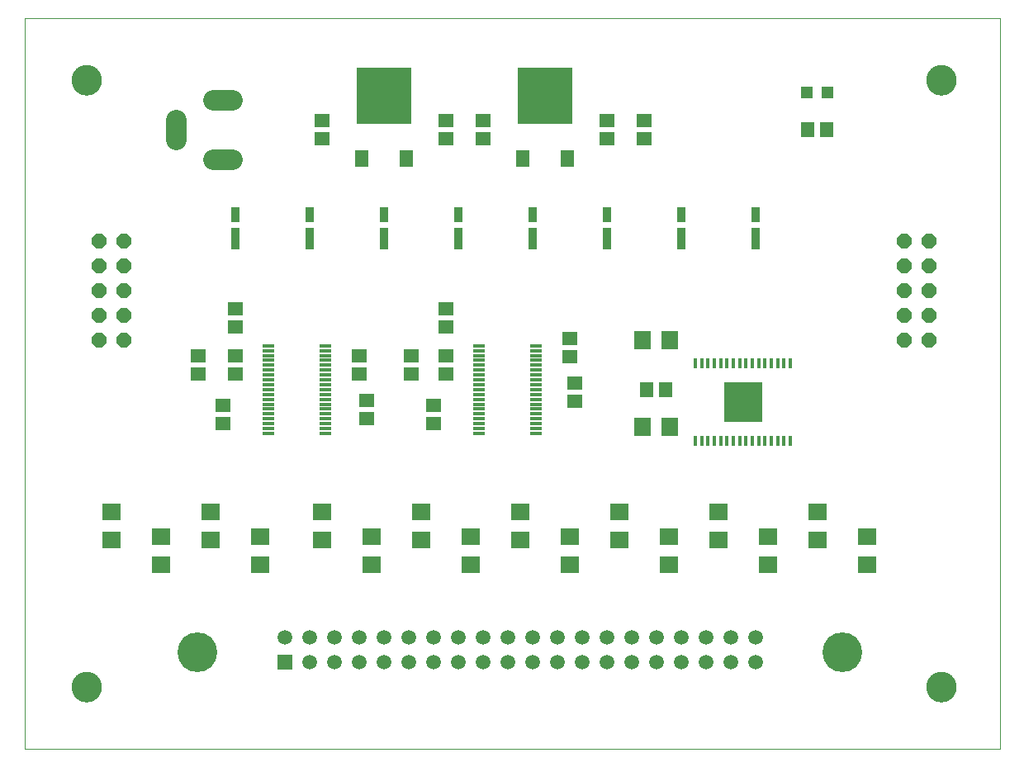
<source format=gts>
G75*
%MOIN*%
%OFA0B0*%
%FSLAX25Y25*%
%IPPOS*%
%LPD*%
%AMOC8*
5,1,8,0,0,1.08239X$1,22.5*
%
%ADD10C,0.00000*%
%ADD11R,0.05118X0.01378*%
%ADD12OC8,0.06000*%
%ADD13R,0.06306X0.05518*%
%ADD14R,0.05518X0.06306*%
%ADD15R,0.22054X0.22841*%
%ADD16R,0.05518X0.07093*%
%ADD17C,0.08274*%
%ADD18R,0.03550X0.05912*%
%ADD19R,0.03550X0.09061*%
%ADD20R,0.01260X0.04016*%
%ADD21R,0.01142X0.03898*%
%ADD22R,0.15354X0.16142*%
%ADD23R,0.06699X0.07498*%
%ADD24R,0.05900X0.05900*%
%ADD25C,0.05900*%
%ADD26C,0.16000*%
%ADD27R,0.07498X0.06699*%
%ADD28C,0.12211*%
%ADD29R,0.05124X0.05124*%
D10*
X0001500Y0001500D02*
X0001500Y0296461D01*
X0395201Y0296461D01*
X0395201Y0001500D01*
X0001500Y0001500D01*
X0020594Y0026500D02*
X0020596Y0026653D01*
X0020602Y0026807D01*
X0020612Y0026960D01*
X0020626Y0027112D01*
X0020644Y0027265D01*
X0020666Y0027416D01*
X0020691Y0027567D01*
X0020721Y0027718D01*
X0020755Y0027868D01*
X0020792Y0028016D01*
X0020833Y0028164D01*
X0020878Y0028310D01*
X0020927Y0028456D01*
X0020980Y0028600D01*
X0021036Y0028742D01*
X0021096Y0028883D01*
X0021160Y0029023D01*
X0021227Y0029161D01*
X0021298Y0029297D01*
X0021373Y0029431D01*
X0021450Y0029563D01*
X0021532Y0029693D01*
X0021616Y0029821D01*
X0021704Y0029947D01*
X0021795Y0030070D01*
X0021889Y0030191D01*
X0021987Y0030309D01*
X0022087Y0030425D01*
X0022191Y0030538D01*
X0022297Y0030649D01*
X0022406Y0030757D01*
X0022518Y0030862D01*
X0022632Y0030963D01*
X0022750Y0031062D01*
X0022869Y0031158D01*
X0022991Y0031251D01*
X0023116Y0031340D01*
X0023243Y0031427D01*
X0023372Y0031509D01*
X0023503Y0031589D01*
X0023636Y0031665D01*
X0023771Y0031738D01*
X0023908Y0031807D01*
X0024047Y0031872D01*
X0024187Y0031934D01*
X0024329Y0031992D01*
X0024472Y0032047D01*
X0024617Y0032098D01*
X0024763Y0032145D01*
X0024910Y0032188D01*
X0025058Y0032227D01*
X0025207Y0032263D01*
X0025357Y0032294D01*
X0025508Y0032322D01*
X0025659Y0032346D01*
X0025812Y0032366D01*
X0025964Y0032382D01*
X0026117Y0032394D01*
X0026270Y0032402D01*
X0026423Y0032406D01*
X0026577Y0032406D01*
X0026730Y0032402D01*
X0026883Y0032394D01*
X0027036Y0032382D01*
X0027188Y0032366D01*
X0027341Y0032346D01*
X0027492Y0032322D01*
X0027643Y0032294D01*
X0027793Y0032263D01*
X0027942Y0032227D01*
X0028090Y0032188D01*
X0028237Y0032145D01*
X0028383Y0032098D01*
X0028528Y0032047D01*
X0028671Y0031992D01*
X0028813Y0031934D01*
X0028953Y0031872D01*
X0029092Y0031807D01*
X0029229Y0031738D01*
X0029364Y0031665D01*
X0029497Y0031589D01*
X0029628Y0031509D01*
X0029757Y0031427D01*
X0029884Y0031340D01*
X0030009Y0031251D01*
X0030131Y0031158D01*
X0030250Y0031062D01*
X0030368Y0030963D01*
X0030482Y0030862D01*
X0030594Y0030757D01*
X0030703Y0030649D01*
X0030809Y0030538D01*
X0030913Y0030425D01*
X0031013Y0030309D01*
X0031111Y0030191D01*
X0031205Y0030070D01*
X0031296Y0029947D01*
X0031384Y0029821D01*
X0031468Y0029693D01*
X0031550Y0029563D01*
X0031627Y0029431D01*
X0031702Y0029297D01*
X0031773Y0029161D01*
X0031840Y0029023D01*
X0031904Y0028883D01*
X0031964Y0028742D01*
X0032020Y0028600D01*
X0032073Y0028456D01*
X0032122Y0028310D01*
X0032167Y0028164D01*
X0032208Y0028016D01*
X0032245Y0027868D01*
X0032279Y0027718D01*
X0032309Y0027567D01*
X0032334Y0027416D01*
X0032356Y0027265D01*
X0032374Y0027112D01*
X0032388Y0026960D01*
X0032398Y0026807D01*
X0032404Y0026653D01*
X0032406Y0026500D01*
X0032404Y0026347D01*
X0032398Y0026193D01*
X0032388Y0026040D01*
X0032374Y0025888D01*
X0032356Y0025735D01*
X0032334Y0025584D01*
X0032309Y0025433D01*
X0032279Y0025282D01*
X0032245Y0025132D01*
X0032208Y0024984D01*
X0032167Y0024836D01*
X0032122Y0024690D01*
X0032073Y0024544D01*
X0032020Y0024400D01*
X0031964Y0024258D01*
X0031904Y0024117D01*
X0031840Y0023977D01*
X0031773Y0023839D01*
X0031702Y0023703D01*
X0031627Y0023569D01*
X0031550Y0023437D01*
X0031468Y0023307D01*
X0031384Y0023179D01*
X0031296Y0023053D01*
X0031205Y0022930D01*
X0031111Y0022809D01*
X0031013Y0022691D01*
X0030913Y0022575D01*
X0030809Y0022462D01*
X0030703Y0022351D01*
X0030594Y0022243D01*
X0030482Y0022138D01*
X0030368Y0022037D01*
X0030250Y0021938D01*
X0030131Y0021842D01*
X0030009Y0021749D01*
X0029884Y0021660D01*
X0029757Y0021573D01*
X0029628Y0021491D01*
X0029497Y0021411D01*
X0029364Y0021335D01*
X0029229Y0021262D01*
X0029092Y0021193D01*
X0028953Y0021128D01*
X0028813Y0021066D01*
X0028671Y0021008D01*
X0028528Y0020953D01*
X0028383Y0020902D01*
X0028237Y0020855D01*
X0028090Y0020812D01*
X0027942Y0020773D01*
X0027793Y0020737D01*
X0027643Y0020706D01*
X0027492Y0020678D01*
X0027341Y0020654D01*
X0027188Y0020634D01*
X0027036Y0020618D01*
X0026883Y0020606D01*
X0026730Y0020598D01*
X0026577Y0020594D01*
X0026423Y0020594D01*
X0026270Y0020598D01*
X0026117Y0020606D01*
X0025964Y0020618D01*
X0025812Y0020634D01*
X0025659Y0020654D01*
X0025508Y0020678D01*
X0025357Y0020706D01*
X0025207Y0020737D01*
X0025058Y0020773D01*
X0024910Y0020812D01*
X0024763Y0020855D01*
X0024617Y0020902D01*
X0024472Y0020953D01*
X0024329Y0021008D01*
X0024187Y0021066D01*
X0024047Y0021128D01*
X0023908Y0021193D01*
X0023771Y0021262D01*
X0023636Y0021335D01*
X0023503Y0021411D01*
X0023372Y0021491D01*
X0023243Y0021573D01*
X0023116Y0021660D01*
X0022991Y0021749D01*
X0022869Y0021842D01*
X0022750Y0021938D01*
X0022632Y0022037D01*
X0022518Y0022138D01*
X0022406Y0022243D01*
X0022297Y0022351D01*
X0022191Y0022462D01*
X0022087Y0022575D01*
X0021987Y0022691D01*
X0021889Y0022809D01*
X0021795Y0022930D01*
X0021704Y0023053D01*
X0021616Y0023179D01*
X0021532Y0023307D01*
X0021450Y0023437D01*
X0021373Y0023569D01*
X0021298Y0023703D01*
X0021227Y0023839D01*
X0021160Y0023977D01*
X0021096Y0024117D01*
X0021036Y0024258D01*
X0020980Y0024400D01*
X0020927Y0024544D01*
X0020878Y0024690D01*
X0020833Y0024836D01*
X0020792Y0024984D01*
X0020755Y0025132D01*
X0020721Y0025282D01*
X0020691Y0025433D01*
X0020666Y0025584D01*
X0020644Y0025735D01*
X0020626Y0025888D01*
X0020612Y0026040D01*
X0020602Y0026193D01*
X0020596Y0026347D01*
X0020594Y0026500D01*
X0020594Y0271500D02*
X0020596Y0271653D01*
X0020602Y0271807D01*
X0020612Y0271960D01*
X0020626Y0272112D01*
X0020644Y0272265D01*
X0020666Y0272416D01*
X0020691Y0272567D01*
X0020721Y0272718D01*
X0020755Y0272868D01*
X0020792Y0273016D01*
X0020833Y0273164D01*
X0020878Y0273310D01*
X0020927Y0273456D01*
X0020980Y0273600D01*
X0021036Y0273742D01*
X0021096Y0273883D01*
X0021160Y0274023D01*
X0021227Y0274161D01*
X0021298Y0274297D01*
X0021373Y0274431D01*
X0021450Y0274563D01*
X0021532Y0274693D01*
X0021616Y0274821D01*
X0021704Y0274947D01*
X0021795Y0275070D01*
X0021889Y0275191D01*
X0021987Y0275309D01*
X0022087Y0275425D01*
X0022191Y0275538D01*
X0022297Y0275649D01*
X0022406Y0275757D01*
X0022518Y0275862D01*
X0022632Y0275963D01*
X0022750Y0276062D01*
X0022869Y0276158D01*
X0022991Y0276251D01*
X0023116Y0276340D01*
X0023243Y0276427D01*
X0023372Y0276509D01*
X0023503Y0276589D01*
X0023636Y0276665D01*
X0023771Y0276738D01*
X0023908Y0276807D01*
X0024047Y0276872D01*
X0024187Y0276934D01*
X0024329Y0276992D01*
X0024472Y0277047D01*
X0024617Y0277098D01*
X0024763Y0277145D01*
X0024910Y0277188D01*
X0025058Y0277227D01*
X0025207Y0277263D01*
X0025357Y0277294D01*
X0025508Y0277322D01*
X0025659Y0277346D01*
X0025812Y0277366D01*
X0025964Y0277382D01*
X0026117Y0277394D01*
X0026270Y0277402D01*
X0026423Y0277406D01*
X0026577Y0277406D01*
X0026730Y0277402D01*
X0026883Y0277394D01*
X0027036Y0277382D01*
X0027188Y0277366D01*
X0027341Y0277346D01*
X0027492Y0277322D01*
X0027643Y0277294D01*
X0027793Y0277263D01*
X0027942Y0277227D01*
X0028090Y0277188D01*
X0028237Y0277145D01*
X0028383Y0277098D01*
X0028528Y0277047D01*
X0028671Y0276992D01*
X0028813Y0276934D01*
X0028953Y0276872D01*
X0029092Y0276807D01*
X0029229Y0276738D01*
X0029364Y0276665D01*
X0029497Y0276589D01*
X0029628Y0276509D01*
X0029757Y0276427D01*
X0029884Y0276340D01*
X0030009Y0276251D01*
X0030131Y0276158D01*
X0030250Y0276062D01*
X0030368Y0275963D01*
X0030482Y0275862D01*
X0030594Y0275757D01*
X0030703Y0275649D01*
X0030809Y0275538D01*
X0030913Y0275425D01*
X0031013Y0275309D01*
X0031111Y0275191D01*
X0031205Y0275070D01*
X0031296Y0274947D01*
X0031384Y0274821D01*
X0031468Y0274693D01*
X0031550Y0274563D01*
X0031627Y0274431D01*
X0031702Y0274297D01*
X0031773Y0274161D01*
X0031840Y0274023D01*
X0031904Y0273883D01*
X0031964Y0273742D01*
X0032020Y0273600D01*
X0032073Y0273456D01*
X0032122Y0273310D01*
X0032167Y0273164D01*
X0032208Y0273016D01*
X0032245Y0272868D01*
X0032279Y0272718D01*
X0032309Y0272567D01*
X0032334Y0272416D01*
X0032356Y0272265D01*
X0032374Y0272112D01*
X0032388Y0271960D01*
X0032398Y0271807D01*
X0032404Y0271653D01*
X0032406Y0271500D01*
X0032404Y0271347D01*
X0032398Y0271193D01*
X0032388Y0271040D01*
X0032374Y0270888D01*
X0032356Y0270735D01*
X0032334Y0270584D01*
X0032309Y0270433D01*
X0032279Y0270282D01*
X0032245Y0270132D01*
X0032208Y0269984D01*
X0032167Y0269836D01*
X0032122Y0269690D01*
X0032073Y0269544D01*
X0032020Y0269400D01*
X0031964Y0269258D01*
X0031904Y0269117D01*
X0031840Y0268977D01*
X0031773Y0268839D01*
X0031702Y0268703D01*
X0031627Y0268569D01*
X0031550Y0268437D01*
X0031468Y0268307D01*
X0031384Y0268179D01*
X0031296Y0268053D01*
X0031205Y0267930D01*
X0031111Y0267809D01*
X0031013Y0267691D01*
X0030913Y0267575D01*
X0030809Y0267462D01*
X0030703Y0267351D01*
X0030594Y0267243D01*
X0030482Y0267138D01*
X0030368Y0267037D01*
X0030250Y0266938D01*
X0030131Y0266842D01*
X0030009Y0266749D01*
X0029884Y0266660D01*
X0029757Y0266573D01*
X0029628Y0266491D01*
X0029497Y0266411D01*
X0029364Y0266335D01*
X0029229Y0266262D01*
X0029092Y0266193D01*
X0028953Y0266128D01*
X0028813Y0266066D01*
X0028671Y0266008D01*
X0028528Y0265953D01*
X0028383Y0265902D01*
X0028237Y0265855D01*
X0028090Y0265812D01*
X0027942Y0265773D01*
X0027793Y0265737D01*
X0027643Y0265706D01*
X0027492Y0265678D01*
X0027341Y0265654D01*
X0027188Y0265634D01*
X0027036Y0265618D01*
X0026883Y0265606D01*
X0026730Y0265598D01*
X0026577Y0265594D01*
X0026423Y0265594D01*
X0026270Y0265598D01*
X0026117Y0265606D01*
X0025964Y0265618D01*
X0025812Y0265634D01*
X0025659Y0265654D01*
X0025508Y0265678D01*
X0025357Y0265706D01*
X0025207Y0265737D01*
X0025058Y0265773D01*
X0024910Y0265812D01*
X0024763Y0265855D01*
X0024617Y0265902D01*
X0024472Y0265953D01*
X0024329Y0266008D01*
X0024187Y0266066D01*
X0024047Y0266128D01*
X0023908Y0266193D01*
X0023771Y0266262D01*
X0023636Y0266335D01*
X0023503Y0266411D01*
X0023372Y0266491D01*
X0023243Y0266573D01*
X0023116Y0266660D01*
X0022991Y0266749D01*
X0022869Y0266842D01*
X0022750Y0266938D01*
X0022632Y0267037D01*
X0022518Y0267138D01*
X0022406Y0267243D01*
X0022297Y0267351D01*
X0022191Y0267462D01*
X0022087Y0267575D01*
X0021987Y0267691D01*
X0021889Y0267809D01*
X0021795Y0267930D01*
X0021704Y0268053D01*
X0021616Y0268179D01*
X0021532Y0268307D01*
X0021450Y0268437D01*
X0021373Y0268569D01*
X0021298Y0268703D01*
X0021227Y0268839D01*
X0021160Y0268977D01*
X0021096Y0269117D01*
X0021036Y0269258D01*
X0020980Y0269400D01*
X0020927Y0269544D01*
X0020878Y0269690D01*
X0020833Y0269836D01*
X0020792Y0269984D01*
X0020755Y0270132D01*
X0020721Y0270282D01*
X0020691Y0270433D01*
X0020666Y0270584D01*
X0020644Y0270735D01*
X0020626Y0270888D01*
X0020612Y0271040D01*
X0020602Y0271193D01*
X0020596Y0271347D01*
X0020594Y0271500D01*
X0365594Y0271500D02*
X0365596Y0271653D01*
X0365602Y0271807D01*
X0365612Y0271960D01*
X0365626Y0272112D01*
X0365644Y0272265D01*
X0365666Y0272416D01*
X0365691Y0272567D01*
X0365721Y0272718D01*
X0365755Y0272868D01*
X0365792Y0273016D01*
X0365833Y0273164D01*
X0365878Y0273310D01*
X0365927Y0273456D01*
X0365980Y0273600D01*
X0366036Y0273742D01*
X0366096Y0273883D01*
X0366160Y0274023D01*
X0366227Y0274161D01*
X0366298Y0274297D01*
X0366373Y0274431D01*
X0366450Y0274563D01*
X0366532Y0274693D01*
X0366616Y0274821D01*
X0366704Y0274947D01*
X0366795Y0275070D01*
X0366889Y0275191D01*
X0366987Y0275309D01*
X0367087Y0275425D01*
X0367191Y0275538D01*
X0367297Y0275649D01*
X0367406Y0275757D01*
X0367518Y0275862D01*
X0367632Y0275963D01*
X0367750Y0276062D01*
X0367869Y0276158D01*
X0367991Y0276251D01*
X0368116Y0276340D01*
X0368243Y0276427D01*
X0368372Y0276509D01*
X0368503Y0276589D01*
X0368636Y0276665D01*
X0368771Y0276738D01*
X0368908Y0276807D01*
X0369047Y0276872D01*
X0369187Y0276934D01*
X0369329Y0276992D01*
X0369472Y0277047D01*
X0369617Y0277098D01*
X0369763Y0277145D01*
X0369910Y0277188D01*
X0370058Y0277227D01*
X0370207Y0277263D01*
X0370357Y0277294D01*
X0370508Y0277322D01*
X0370659Y0277346D01*
X0370812Y0277366D01*
X0370964Y0277382D01*
X0371117Y0277394D01*
X0371270Y0277402D01*
X0371423Y0277406D01*
X0371577Y0277406D01*
X0371730Y0277402D01*
X0371883Y0277394D01*
X0372036Y0277382D01*
X0372188Y0277366D01*
X0372341Y0277346D01*
X0372492Y0277322D01*
X0372643Y0277294D01*
X0372793Y0277263D01*
X0372942Y0277227D01*
X0373090Y0277188D01*
X0373237Y0277145D01*
X0373383Y0277098D01*
X0373528Y0277047D01*
X0373671Y0276992D01*
X0373813Y0276934D01*
X0373953Y0276872D01*
X0374092Y0276807D01*
X0374229Y0276738D01*
X0374364Y0276665D01*
X0374497Y0276589D01*
X0374628Y0276509D01*
X0374757Y0276427D01*
X0374884Y0276340D01*
X0375009Y0276251D01*
X0375131Y0276158D01*
X0375250Y0276062D01*
X0375368Y0275963D01*
X0375482Y0275862D01*
X0375594Y0275757D01*
X0375703Y0275649D01*
X0375809Y0275538D01*
X0375913Y0275425D01*
X0376013Y0275309D01*
X0376111Y0275191D01*
X0376205Y0275070D01*
X0376296Y0274947D01*
X0376384Y0274821D01*
X0376468Y0274693D01*
X0376550Y0274563D01*
X0376627Y0274431D01*
X0376702Y0274297D01*
X0376773Y0274161D01*
X0376840Y0274023D01*
X0376904Y0273883D01*
X0376964Y0273742D01*
X0377020Y0273600D01*
X0377073Y0273456D01*
X0377122Y0273310D01*
X0377167Y0273164D01*
X0377208Y0273016D01*
X0377245Y0272868D01*
X0377279Y0272718D01*
X0377309Y0272567D01*
X0377334Y0272416D01*
X0377356Y0272265D01*
X0377374Y0272112D01*
X0377388Y0271960D01*
X0377398Y0271807D01*
X0377404Y0271653D01*
X0377406Y0271500D01*
X0377404Y0271347D01*
X0377398Y0271193D01*
X0377388Y0271040D01*
X0377374Y0270888D01*
X0377356Y0270735D01*
X0377334Y0270584D01*
X0377309Y0270433D01*
X0377279Y0270282D01*
X0377245Y0270132D01*
X0377208Y0269984D01*
X0377167Y0269836D01*
X0377122Y0269690D01*
X0377073Y0269544D01*
X0377020Y0269400D01*
X0376964Y0269258D01*
X0376904Y0269117D01*
X0376840Y0268977D01*
X0376773Y0268839D01*
X0376702Y0268703D01*
X0376627Y0268569D01*
X0376550Y0268437D01*
X0376468Y0268307D01*
X0376384Y0268179D01*
X0376296Y0268053D01*
X0376205Y0267930D01*
X0376111Y0267809D01*
X0376013Y0267691D01*
X0375913Y0267575D01*
X0375809Y0267462D01*
X0375703Y0267351D01*
X0375594Y0267243D01*
X0375482Y0267138D01*
X0375368Y0267037D01*
X0375250Y0266938D01*
X0375131Y0266842D01*
X0375009Y0266749D01*
X0374884Y0266660D01*
X0374757Y0266573D01*
X0374628Y0266491D01*
X0374497Y0266411D01*
X0374364Y0266335D01*
X0374229Y0266262D01*
X0374092Y0266193D01*
X0373953Y0266128D01*
X0373813Y0266066D01*
X0373671Y0266008D01*
X0373528Y0265953D01*
X0373383Y0265902D01*
X0373237Y0265855D01*
X0373090Y0265812D01*
X0372942Y0265773D01*
X0372793Y0265737D01*
X0372643Y0265706D01*
X0372492Y0265678D01*
X0372341Y0265654D01*
X0372188Y0265634D01*
X0372036Y0265618D01*
X0371883Y0265606D01*
X0371730Y0265598D01*
X0371577Y0265594D01*
X0371423Y0265594D01*
X0371270Y0265598D01*
X0371117Y0265606D01*
X0370964Y0265618D01*
X0370812Y0265634D01*
X0370659Y0265654D01*
X0370508Y0265678D01*
X0370357Y0265706D01*
X0370207Y0265737D01*
X0370058Y0265773D01*
X0369910Y0265812D01*
X0369763Y0265855D01*
X0369617Y0265902D01*
X0369472Y0265953D01*
X0369329Y0266008D01*
X0369187Y0266066D01*
X0369047Y0266128D01*
X0368908Y0266193D01*
X0368771Y0266262D01*
X0368636Y0266335D01*
X0368503Y0266411D01*
X0368372Y0266491D01*
X0368243Y0266573D01*
X0368116Y0266660D01*
X0367991Y0266749D01*
X0367869Y0266842D01*
X0367750Y0266938D01*
X0367632Y0267037D01*
X0367518Y0267138D01*
X0367406Y0267243D01*
X0367297Y0267351D01*
X0367191Y0267462D01*
X0367087Y0267575D01*
X0366987Y0267691D01*
X0366889Y0267809D01*
X0366795Y0267930D01*
X0366704Y0268053D01*
X0366616Y0268179D01*
X0366532Y0268307D01*
X0366450Y0268437D01*
X0366373Y0268569D01*
X0366298Y0268703D01*
X0366227Y0268839D01*
X0366160Y0268977D01*
X0366096Y0269117D01*
X0366036Y0269258D01*
X0365980Y0269400D01*
X0365927Y0269544D01*
X0365878Y0269690D01*
X0365833Y0269836D01*
X0365792Y0269984D01*
X0365755Y0270132D01*
X0365721Y0270282D01*
X0365691Y0270433D01*
X0365666Y0270584D01*
X0365644Y0270735D01*
X0365626Y0270888D01*
X0365612Y0271040D01*
X0365602Y0271193D01*
X0365596Y0271347D01*
X0365594Y0271500D01*
X0365594Y0026500D02*
X0365596Y0026653D01*
X0365602Y0026807D01*
X0365612Y0026960D01*
X0365626Y0027112D01*
X0365644Y0027265D01*
X0365666Y0027416D01*
X0365691Y0027567D01*
X0365721Y0027718D01*
X0365755Y0027868D01*
X0365792Y0028016D01*
X0365833Y0028164D01*
X0365878Y0028310D01*
X0365927Y0028456D01*
X0365980Y0028600D01*
X0366036Y0028742D01*
X0366096Y0028883D01*
X0366160Y0029023D01*
X0366227Y0029161D01*
X0366298Y0029297D01*
X0366373Y0029431D01*
X0366450Y0029563D01*
X0366532Y0029693D01*
X0366616Y0029821D01*
X0366704Y0029947D01*
X0366795Y0030070D01*
X0366889Y0030191D01*
X0366987Y0030309D01*
X0367087Y0030425D01*
X0367191Y0030538D01*
X0367297Y0030649D01*
X0367406Y0030757D01*
X0367518Y0030862D01*
X0367632Y0030963D01*
X0367750Y0031062D01*
X0367869Y0031158D01*
X0367991Y0031251D01*
X0368116Y0031340D01*
X0368243Y0031427D01*
X0368372Y0031509D01*
X0368503Y0031589D01*
X0368636Y0031665D01*
X0368771Y0031738D01*
X0368908Y0031807D01*
X0369047Y0031872D01*
X0369187Y0031934D01*
X0369329Y0031992D01*
X0369472Y0032047D01*
X0369617Y0032098D01*
X0369763Y0032145D01*
X0369910Y0032188D01*
X0370058Y0032227D01*
X0370207Y0032263D01*
X0370357Y0032294D01*
X0370508Y0032322D01*
X0370659Y0032346D01*
X0370812Y0032366D01*
X0370964Y0032382D01*
X0371117Y0032394D01*
X0371270Y0032402D01*
X0371423Y0032406D01*
X0371577Y0032406D01*
X0371730Y0032402D01*
X0371883Y0032394D01*
X0372036Y0032382D01*
X0372188Y0032366D01*
X0372341Y0032346D01*
X0372492Y0032322D01*
X0372643Y0032294D01*
X0372793Y0032263D01*
X0372942Y0032227D01*
X0373090Y0032188D01*
X0373237Y0032145D01*
X0373383Y0032098D01*
X0373528Y0032047D01*
X0373671Y0031992D01*
X0373813Y0031934D01*
X0373953Y0031872D01*
X0374092Y0031807D01*
X0374229Y0031738D01*
X0374364Y0031665D01*
X0374497Y0031589D01*
X0374628Y0031509D01*
X0374757Y0031427D01*
X0374884Y0031340D01*
X0375009Y0031251D01*
X0375131Y0031158D01*
X0375250Y0031062D01*
X0375368Y0030963D01*
X0375482Y0030862D01*
X0375594Y0030757D01*
X0375703Y0030649D01*
X0375809Y0030538D01*
X0375913Y0030425D01*
X0376013Y0030309D01*
X0376111Y0030191D01*
X0376205Y0030070D01*
X0376296Y0029947D01*
X0376384Y0029821D01*
X0376468Y0029693D01*
X0376550Y0029563D01*
X0376627Y0029431D01*
X0376702Y0029297D01*
X0376773Y0029161D01*
X0376840Y0029023D01*
X0376904Y0028883D01*
X0376964Y0028742D01*
X0377020Y0028600D01*
X0377073Y0028456D01*
X0377122Y0028310D01*
X0377167Y0028164D01*
X0377208Y0028016D01*
X0377245Y0027868D01*
X0377279Y0027718D01*
X0377309Y0027567D01*
X0377334Y0027416D01*
X0377356Y0027265D01*
X0377374Y0027112D01*
X0377388Y0026960D01*
X0377398Y0026807D01*
X0377404Y0026653D01*
X0377406Y0026500D01*
X0377404Y0026347D01*
X0377398Y0026193D01*
X0377388Y0026040D01*
X0377374Y0025888D01*
X0377356Y0025735D01*
X0377334Y0025584D01*
X0377309Y0025433D01*
X0377279Y0025282D01*
X0377245Y0025132D01*
X0377208Y0024984D01*
X0377167Y0024836D01*
X0377122Y0024690D01*
X0377073Y0024544D01*
X0377020Y0024400D01*
X0376964Y0024258D01*
X0376904Y0024117D01*
X0376840Y0023977D01*
X0376773Y0023839D01*
X0376702Y0023703D01*
X0376627Y0023569D01*
X0376550Y0023437D01*
X0376468Y0023307D01*
X0376384Y0023179D01*
X0376296Y0023053D01*
X0376205Y0022930D01*
X0376111Y0022809D01*
X0376013Y0022691D01*
X0375913Y0022575D01*
X0375809Y0022462D01*
X0375703Y0022351D01*
X0375594Y0022243D01*
X0375482Y0022138D01*
X0375368Y0022037D01*
X0375250Y0021938D01*
X0375131Y0021842D01*
X0375009Y0021749D01*
X0374884Y0021660D01*
X0374757Y0021573D01*
X0374628Y0021491D01*
X0374497Y0021411D01*
X0374364Y0021335D01*
X0374229Y0021262D01*
X0374092Y0021193D01*
X0373953Y0021128D01*
X0373813Y0021066D01*
X0373671Y0021008D01*
X0373528Y0020953D01*
X0373383Y0020902D01*
X0373237Y0020855D01*
X0373090Y0020812D01*
X0372942Y0020773D01*
X0372793Y0020737D01*
X0372643Y0020706D01*
X0372492Y0020678D01*
X0372341Y0020654D01*
X0372188Y0020634D01*
X0372036Y0020618D01*
X0371883Y0020606D01*
X0371730Y0020598D01*
X0371577Y0020594D01*
X0371423Y0020594D01*
X0371270Y0020598D01*
X0371117Y0020606D01*
X0370964Y0020618D01*
X0370812Y0020634D01*
X0370659Y0020654D01*
X0370508Y0020678D01*
X0370357Y0020706D01*
X0370207Y0020737D01*
X0370058Y0020773D01*
X0369910Y0020812D01*
X0369763Y0020855D01*
X0369617Y0020902D01*
X0369472Y0020953D01*
X0369329Y0021008D01*
X0369187Y0021066D01*
X0369047Y0021128D01*
X0368908Y0021193D01*
X0368771Y0021262D01*
X0368636Y0021335D01*
X0368503Y0021411D01*
X0368372Y0021491D01*
X0368243Y0021573D01*
X0368116Y0021660D01*
X0367991Y0021749D01*
X0367869Y0021842D01*
X0367750Y0021938D01*
X0367632Y0022037D01*
X0367518Y0022138D01*
X0367406Y0022243D01*
X0367297Y0022351D01*
X0367191Y0022462D01*
X0367087Y0022575D01*
X0366987Y0022691D01*
X0366889Y0022809D01*
X0366795Y0022930D01*
X0366704Y0023053D01*
X0366616Y0023179D01*
X0366532Y0023307D01*
X0366450Y0023437D01*
X0366373Y0023569D01*
X0366298Y0023703D01*
X0366227Y0023839D01*
X0366160Y0023977D01*
X0366096Y0024117D01*
X0366036Y0024258D01*
X0365980Y0024400D01*
X0365927Y0024544D01*
X0365878Y0024690D01*
X0365833Y0024836D01*
X0365792Y0024984D01*
X0365755Y0025132D01*
X0365721Y0025282D01*
X0365691Y0025433D01*
X0365666Y0025584D01*
X0365644Y0025735D01*
X0365626Y0025888D01*
X0365612Y0026040D01*
X0365602Y0026193D01*
X0365596Y0026347D01*
X0365594Y0026500D01*
D11*
X0207917Y0128783D03*
X0207917Y0130752D03*
X0207917Y0132720D03*
X0207917Y0134689D03*
X0207917Y0136657D03*
X0207917Y0138626D03*
X0207917Y0140594D03*
X0207917Y0142563D03*
X0207917Y0144531D03*
X0207917Y0146500D03*
X0207917Y0148469D03*
X0207917Y0150437D03*
X0207917Y0152406D03*
X0207917Y0154374D03*
X0207917Y0156343D03*
X0207917Y0158311D03*
X0207917Y0160280D03*
X0207917Y0162248D03*
X0207917Y0164217D03*
X0185083Y0164217D03*
X0185083Y0162248D03*
X0185083Y0160280D03*
X0185083Y0158311D03*
X0185083Y0156343D03*
X0185083Y0154374D03*
X0185083Y0152406D03*
X0185083Y0150437D03*
X0185083Y0148469D03*
X0185083Y0146500D03*
X0185083Y0144531D03*
X0185083Y0142563D03*
X0185083Y0140594D03*
X0185083Y0138626D03*
X0185083Y0136657D03*
X0185083Y0134689D03*
X0185083Y0132720D03*
X0185083Y0130752D03*
X0185083Y0128783D03*
X0122917Y0128783D03*
X0122917Y0130752D03*
X0122917Y0132720D03*
X0122917Y0134689D03*
X0122917Y0136657D03*
X0122917Y0138626D03*
X0122917Y0140594D03*
X0122917Y0142563D03*
X0122917Y0144531D03*
X0122917Y0146500D03*
X0122917Y0148469D03*
X0122917Y0150437D03*
X0122917Y0152406D03*
X0122917Y0154374D03*
X0122917Y0156343D03*
X0122917Y0158311D03*
X0122917Y0160280D03*
X0122917Y0162248D03*
X0122917Y0164217D03*
X0100083Y0164217D03*
X0100083Y0162248D03*
X0100083Y0160280D03*
X0100083Y0158311D03*
X0100083Y0156343D03*
X0100083Y0154374D03*
X0100083Y0152406D03*
X0100083Y0150437D03*
X0100083Y0148469D03*
X0100083Y0146500D03*
X0100083Y0144531D03*
X0100083Y0142563D03*
X0100083Y0140594D03*
X0100083Y0138626D03*
X0100083Y0136657D03*
X0100083Y0134689D03*
X0100083Y0132720D03*
X0100083Y0130752D03*
X0100083Y0128783D03*
D12*
X0041500Y0166500D03*
X0031500Y0166500D03*
X0031500Y0176500D03*
X0031500Y0186500D03*
X0031500Y0196500D03*
X0041500Y0196500D03*
X0041500Y0186500D03*
X0041500Y0176500D03*
X0041500Y0206500D03*
X0031500Y0206500D03*
X0356500Y0206500D03*
X0366500Y0206500D03*
X0366500Y0196500D03*
X0366500Y0186500D03*
X0366500Y0176500D03*
X0356500Y0176500D03*
X0356500Y0186500D03*
X0356500Y0196500D03*
X0356500Y0166500D03*
X0366500Y0166500D03*
D13*
X0251500Y0247760D03*
X0251500Y0255240D03*
X0236500Y0255240D03*
X0236500Y0247760D03*
X0186500Y0247760D03*
X0186500Y0255240D03*
X0171500Y0255240D03*
X0171500Y0247760D03*
X0121500Y0247760D03*
X0121500Y0255240D03*
X0086500Y0179240D03*
X0086500Y0171760D03*
X0086500Y0160240D03*
X0086500Y0152760D03*
X0081500Y0140240D03*
X0081500Y0132760D03*
X0071500Y0152760D03*
X0071500Y0160240D03*
X0136500Y0160240D03*
X0136500Y0152760D03*
X0139500Y0142240D03*
X0139500Y0134760D03*
X0157500Y0152760D03*
X0157500Y0160240D03*
X0171500Y0160240D03*
X0171500Y0152760D03*
X0166500Y0140240D03*
X0166500Y0132760D03*
X0171500Y0171760D03*
X0171500Y0179240D03*
X0221500Y0167240D03*
X0221500Y0159760D03*
X0223500Y0149240D03*
X0223500Y0141760D03*
D14*
X0252760Y0146500D03*
X0260240Y0146500D03*
X0317760Y0251500D03*
X0325240Y0251500D03*
D15*
X0211500Y0265240D03*
X0146500Y0265240D03*
D16*
X0137504Y0239886D03*
X0155496Y0239886D03*
X0202504Y0239886D03*
X0220496Y0239886D03*
D17*
X0085437Y0239295D02*
X0077563Y0239295D01*
X0062602Y0247563D02*
X0062602Y0255437D01*
X0077563Y0263311D02*
X0085437Y0263311D01*
D18*
X0086500Y0217000D03*
X0116500Y0217000D03*
X0146500Y0217000D03*
X0176500Y0217000D03*
X0206500Y0217000D03*
X0236500Y0217000D03*
X0266500Y0217000D03*
X0296500Y0217000D03*
D19*
X0296500Y0207500D03*
X0266500Y0207500D03*
X0236500Y0207500D03*
X0206500Y0207500D03*
X0176500Y0207500D03*
X0146500Y0207500D03*
X0116500Y0207500D03*
X0086500Y0207500D03*
D20*
X0272307Y0157051D03*
X0274866Y0157051D03*
X0277425Y0157051D03*
X0279984Y0157051D03*
X0282543Y0157051D03*
X0285102Y0157051D03*
X0287661Y0157051D03*
X0290220Y0157051D03*
X0292780Y0157051D03*
X0295339Y0157051D03*
X0297898Y0157051D03*
X0300457Y0157051D03*
X0303016Y0157051D03*
X0305575Y0157051D03*
X0308134Y0157051D03*
X0310693Y0157051D03*
X0310693Y0125949D03*
X0308134Y0125949D03*
X0305575Y0125949D03*
X0303016Y0125949D03*
X0300457Y0125949D03*
X0297898Y0125949D03*
X0295339Y0125949D03*
X0292780Y0125949D03*
X0290220Y0125949D03*
X0287661Y0125949D03*
X0285102Y0125949D03*
X0282543Y0125949D03*
X0279984Y0125949D03*
X0277425Y0125949D03*
X0274866Y0125949D03*
X0272307Y0125949D03*
D21*
X0272307Y0125949D03*
X0274866Y0125949D03*
X0277425Y0125949D03*
X0279984Y0125949D03*
X0282543Y0125949D03*
X0285102Y0125949D03*
X0287661Y0125949D03*
X0290220Y0125949D03*
X0292780Y0125949D03*
X0295339Y0125949D03*
X0297898Y0125949D03*
X0300457Y0125949D03*
X0303016Y0125949D03*
X0305575Y0125949D03*
X0308134Y0125949D03*
X0310693Y0125949D03*
X0310693Y0157051D03*
X0308134Y0157051D03*
X0305575Y0157051D03*
X0303016Y0157051D03*
X0300457Y0157051D03*
X0297898Y0157051D03*
X0295339Y0157051D03*
X0292780Y0157051D03*
X0290220Y0157051D03*
X0287661Y0157051D03*
X0285102Y0157051D03*
X0282543Y0157051D03*
X0279984Y0157051D03*
X0277425Y0157051D03*
X0274866Y0157051D03*
X0272307Y0157051D03*
D22*
X0291500Y0141500D03*
D23*
X0262098Y0131500D03*
X0250902Y0131500D03*
X0250902Y0166500D03*
X0262098Y0166500D03*
D24*
X0106500Y0036500D03*
D25*
X0106500Y0046500D03*
X0116500Y0046500D03*
X0126500Y0046500D03*
X0126500Y0036500D03*
X0116500Y0036500D03*
X0136500Y0036500D03*
X0146500Y0036500D03*
X0146500Y0046500D03*
X0136500Y0046500D03*
X0156500Y0046500D03*
X0166500Y0046500D03*
X0166500Y0036500D03*
X0156500Y0036500D03*
X0176500Y0036500D03*
X0186500Y0036500D03*
X0186500Y0046500D03*
X0176500Y0046500D03*
X0196500Y0046500D03*
X0206500Y0046500D03*
X0206500Y0036500D03*
X0196500Y0036500D03*
X0216500Y0036500D03*
X0226500Y0036500D03*
X0226500Y0046500D03*
X0216500Y0046500D03*
X0236500Y0046500D03*
X0246500Y0046500D03*
X0246500Y0036500D03*
X0236500Y0036500D03*
X0256500Y0036500D03*
X0266500Y0036500D03*
X0266500Y0046500D03*
X0256500Y0046500D03*
X0276500Y0046500D03*
X0286500Y0046500D03*
X0286500Y0036500D03*
X0276500Y0036500D03*
X0296500Y0036500D03*
X0296500Y0046500D03*
D26*
X0331700Y0040500D03*
X0071300Y0040500D03*
D27*
X0056500Y0075902D03*
X0056500Y0087098D03*
X0036500Y0085902D03*
X0036500Y0097098D03*
X0076500Y0097098D03*
X0076500Y0085902D03*
X0096500Y0087098D03*
X0096500Y0075902D03*
X0121500Y0085902D03*
X0121500Y0097098D03*
X0141500Y0087098D03*
X0141500Y0075902D03*
X0161500Y0085902D03*
X0161500Y0097098D03*
X0181500Y0087098D03*
X0181500Y0075902D03*
X0201500Y0085902D03*
X0201500Y0097098D03*
X0221500Y0087098D03*
X0221500Y0075902D03*
X0241500Y0085902D03*
X0241500Y0097098D03*
X0261500Y0087098D03*
X0261500Y0075902D03*
X0281500Y0085902D03*
X0281500Y0097098D03*
X0301500Y0087098D03*
X0301500Y0075902D03*
X0321500Y0085902D03*
X0321500Y0097098D03*
X0341500Y0087098D03*
X0341500Y0075902D03*
D28*
X0371500Y0026500D03*
X0371500Y0271500D03*
X0026500Y0271500D03*
X0026500Y0026500D03*
D29*
X0317366Y0266500D03*
X0325634Y0266500D03*
M02*

</source>
